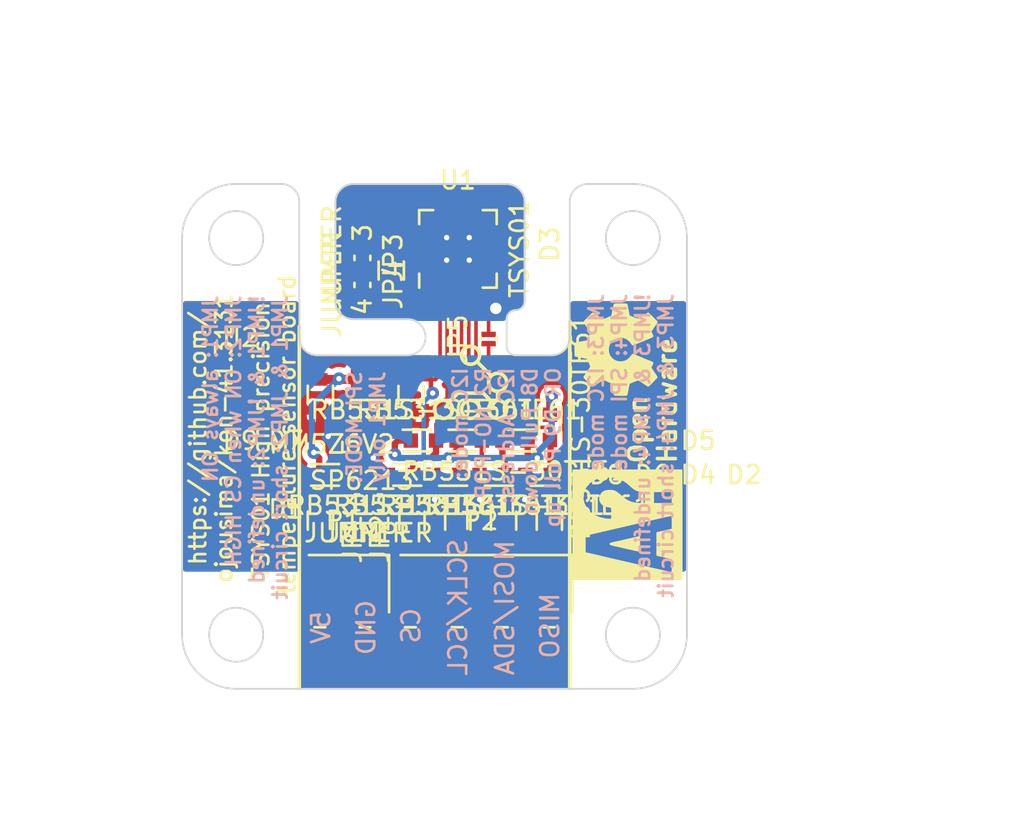
<source format=kicad_pcb>
(kicad_pcb (version 20221018) (generator pcbnew)
  (layers (0 "F.Cu" signal) (31 "B.Cu" signal) (34 "B.Paste" user) (35 "F.Paste" user) (36 "B.SilkS" user "B.Silkscreen") (37 "F.SilkS" user "F.Silkscreen") (38 "B.Mask" user) (39 "F.Mask" user) (44 "Edge.Cuts" user))
  (net 0 "")
  (net 1 "/Vin")
  (net 2 "GNDA")
  (net 3 "+3V3")
  (net 4 "Net-(D2-Pad2)")
  (net 5 "Net-(D4-Pad2)")
  (net 6 "Net-(D6-Pad2)")
  (net 7 "/EN")
  (net 8 "Net-(P1-Pad2)")
  (net 9 "/CS")
  (net 10 "/SCLK")
  (net 11 "/MOSI")
  (net 12 "/MISO")
  (net 13 "Net-(U1-Pad9)")
  (net 14 "Net-(U1-Pad10)")
  (net 15 "Net-(U1-Pad12)")
  (net 16 "Net-(U1-Pad13)")
  (net 17 "Net-(U1-Pad14)")
  (net 18 "/PAD")
  (footprint "Resistors_SMD:R_0201" (layer "F.Cu") (at 28.702 65.659)
    (fp_text reference "JP1" (at -0.254 2.032 90) (layer "F.SilkS"))
    (fp_text value "JUMPER" (at 0 1.7) (layer "F.SilkS"))
    (pad "1" smd rect (at -0.255 0) (size 0.3 0.8) (layers "F.Cu" "F.Mask") (net 1 "/Vin"))
    (pad "2" smd rect (at 0.255 0) (size 0.3 0.8) (layers "F.Cu" "F.Mask") (net 1 "/Vin"))
  )
  (footprint "Resistors_SMD:R_0201" (layer "F.Cu") (at 29.972 65.659)
    (fp_text reference "JP2" (at 0 2.032 90) (layer "F.SilkS"))
    (fp_text value "JUMPER" (at 0 1.7) (layer "F.SilkS"))
    (pad "1" smd rect (at -0.255 0) (size 0.3 0.8) (layers "F.Cu" "F.Mask") (net 1 "/Vin"))
    (pad "2" smd rect (at 0.255 0) (size 0.3 0.8) (layers "F.Cu" "F.Mask") (net 9 "/CS"))
  )
  (footprint "Resistors_SMD:R_0201" (layer "F.Cu") (at 29 52.1 -90)
    (fp_text reference "JP3" (at 0 -1.7 270) (layer "F.SilkS"))
    (fp_text value "JUMPER" (at 0 1.7 270) (layer "F.SilkS"))
    (pad "1" smd rect (at -0.255 0 270) (size 0.3 0.8) (layers "F.Cu" "F.Mask") (net 3 "+3V3"))
    (pad "2" smd rect (at 0.255 0 270) (size 0.3 0.8) (layers "F.Cu" "F.Mask") (net 2 "GNDA"))
  )
  (footprint "Resistors_SMD:R_0201" (layer "F.Cu") (at 29 53.6 -90)
    (fp_text reference "JP4" (at 0 -1.7 270) (layer "F.SilkS"))
    (fp_text value "JUMPER" (at 0 1.7 270) (layer "F.SilkS"))
    (pad "1" smd rect (at -0.255 0 270) (size 0.3 0.8) (layers "F.Cu" "F.Mask") (net 2 "GNDA"))
    (pad "2" smd rect (at 0.255 0 270) (size 0.3 0.8) (layers "F.Cu" "F.Mask") (net 2 "GNDA"))
  )
  (footprint "Housings_DFN_QFN:QFN-16-1EP_4x4mm_Pitch0.65mm" (layer "F.Cu") (at 34.3 51.6 90)
    (fp_text reference "U1" (at 3.81 0 180) (layer "F.SilkS"))
    (fp_text value "TSYS01" (at 0 3.4 90) (layer "F.SilkS"))
    (pad "1" smd rect (at -2 -0.975 90) (size 0.8 0.35) (layers "F.Cu" "F.Paste" "F.Mask") (net 2 "GNDA"))
    (pad "2" smd rect (at -2 -0.325 90) (size 0.8 0.35) (layers "F.Cu" "F.Paste" "F.Mask") (net 7 "/EN"))
    (pad "3" smd rect (at -2 0.325 90) (size 0.8 0.35) (layers "F.Cu" "F.Paste" "F.Mask") (net 6 "Net-(D6-Pad2)"))
    (pad "4" smd rect (at -2 0.975 90) (size 0.8 0.35) (layers "F.Cu" "F.Paste" "F.Mask") (net 5 "Net-(D4-Pad2)"))
    (pad "5" smd rect (at -0.975 2 180) (size 0.8 0.35) (layers "F.Cu" "F.Paste" "F.Mask") (net 4 "Net-(D2-Pad2)"))
    (pad "6" smd rect (at -0.325 2 180) (size 0.8 0.35) (layers "F.Cu" "F.Paste" "F.Mask"))
    (pad "7" smd rect (at 0.325 2 180) (size 0.8 0.35) (layers "F.Cu" "F.Paste" "F.Mask"))
    (pad "8" smd rect (at 0.975 2 180) (size 0.8 0.35) (layers "F.Cu" "F.Paste" "F.Mask"))
    (pad "9" smd rect (at 2 0.975 90) (size 0.8 0.35) (layers "F.Cu" "F.Paste" "F.Mask") (net 13 "Net-(U1-Pad9)"))
    (pad "10" smd rect (at 2 0.325 90) (size 0.8 0.35) (layers "F.Cu" "F.Paste" "F.Mask") (net 14 "Net-(U1-Pad10)"))
    (pad "11" smd rect (at 2 -0.325 90) (size 0.8 0.35) (layers "F.Cu" "F.Paste" "F.Mask") (net 14 "Net-(U1-Pad10)"))
    (pad "12" smd rect (at 2 -0.975 90) (size 0.8 0.35) (layers "F.Cu" "F.Paste" "F.Mask") (net 15 "Net-(U1-Pad12)"))
    (pad "13" smd rect (at 0.975 -2 180) (size 0.8 0.35) (layers "F.Cu" "F.Paste" "F.Mask") (net 16 "Net-(U1-Pad13)"))
    (pad "14" smd rect (at 0.325 -2 180) (size 0.8 0.35) (layers "F.Cu" "F.Paste" "F.Mask") (net 17 "Net-(U1-Pad14)"))
    (pad "15" smd rect (at -0.325 -2 180) (size 0.8 0.35) (layers "F.Cu" "F.Paste" "F.Mask") (net 3 "+3V3"))
    (pad "16" smd rect (at -0.975 -2 180) (size 0.8 0.35) (layers "F.Cu" "F.Paste" "F.Mask") (net 2 "GNDA"))
    (pad "17" smd rect (at -0.625 -0.625 90) (size 1.25 1.25) (layers "F.Cu" "F.Paste" "F.Mask") (net 18 "/PAD"))
    (pad "17" smd rect (at -0.625 0.625 90) (size 1.25 1.25) (layers "F.Cu" "F.Paste" "F.Mask") (net 18 "/PAD"))
    (pad "17" smd rect (at 0.625 -0.625 90) (size 1.25 1.25) (layers "F.Cu" "F.Paste" "F.Mask") (net 18 "/PAD"))
    (pad "17" smd rect (at 0.625 0.625 90) (size 1.25 1.25) (layers "F.Cu" "F.Paste" "F.Mask") (net 18 "/PAD"))
  )
  (footprint "smd_passives:SMD0603_WAVE" (layer "F.Cu") (at 31.7 59.7 -90)
    (fp_text reference "C2")
    (fp_text value "2u2" hide)
    (pad "1" smd rect (at -0.85 0 270) (size 0.7 0.8) (layers "F.Cu" "F.Paste" "F.Mask") (net 3 "+3V3"))
    (pad "2" smd rect (at 0.85 0 270) (size 0.7 0.9) (layers "F.Cu" "F.Paste" "F.Mask") (net 2 "GNDA"))
  )
  (footprint "smd_passives:SMD0603_WAVE" (layer "F.Cu") (at 30.6 52.8 -90)
    (fp_text reference "C3")
    (fp_text value "100n" hide)
    (pad "1" smd rect (at -0.85 0 270) (size 0.7 0.8) (layers "F.Cu" "F.Paste" "F.Mask") (net 3 "+3V3"))
    (pad "2" smd rect (at 0.85 0 270) (size 0.7 0.9) (layers "F.Cu" "F.Paste" "F.Mask") (net 2 "GNDA"))
  )
  (footprint "smd_passives:SMD0603_WAVE" (layer "F.Cu") (at 26.67 66.675 -90)
    (fp_text reference "R1")
    (fp_text value "220" hide)
    (pad "1" smd rect (at -0.85 0 270) (size 0.7 0.8) (layers "F.Cu" "F.Paste" "F.Mask") (net 1 "/Vin"))
    (pad "2" smd rect (at 0.85 0 270) (size 0.7 0.9) (layers "F.Cu" "F.Paste" "F.Mask") (net 8 "Net-(P1-Pad2)"))
  )
  (footprint "smd_passives:SMD0603_WAVE" (layer "F.Cu") (at 31.75 66.675 90)
    (fp_text reference "R2")
    (fp_text value "220" hide)
    (pad "1" smd rect (at -0.85 0 90) (size 0.7 0.8) (layers "F.Cu" "F.Paste" "F.Mask") (net 9 "/CS"))
    (pad "2" smd rect (at 0.85 0 90) (size 0.7 0.9) (layers "F.Cu" "F.Paste" "F.Mask") (net 7 "/EN"))
  )
  (footprint "smd_passives:SMD0603_WAVE" (layer "F.Cu") (at 34.29 66.675 90)
    (fp_text reference "R3")
    (fp_text value "220" hide)
    (pad "1" smd rect (at -0.85 0 90) (size 0.7 0.8) (layers "F.Cu" "F.Paste" "F.Mask") (net 10 "/SCLK"))
    (pad "2" smd rect (at 0.85 0 90) (size 0.7 0.9) (layers "F.Cu" "F.Paste" "F.Mask") (net 6 "Net-(D6-Pad2)"))
  )
  (footprint "smd_passives:SMD0603_WAVE" (layer "F.Cu") (at 36.83 66.675 90)
    (fp_text reference "R4")
    (fp_text value "220" hide)
    (pad "1" smd rect (at -0.85 0 90) (size 0.7 0.8) (layers "F.Cu" "F.Paste" "F.Mask") (net 11 "/MOSI"))
    (pad "2" smd rect (at 0.85 0 90) (size 0.7 0.9) (layers "F.Cu" "F.Paste" "F.Mask") (net 5 "Net-(D4-Pad2)"))
  )
  (footprint "smd_passives:SMD0603_WAVE" (layer "F.Cu") (at 39.37 66.675 90)
    (fp_text reference "R5")
    (fp_text value "220" hide)
    (pad "1" smd rect (at -0.85 0 90) (size 0.7 0.8) (layers "F.Cu" "F.Paste" "F.Mask") (net 12 "/MISO"))
    (pad "2" smd rect (at 0.85 0 90) (size 0.7 0.9) (layers "F.Cu" "F.Paste" "F.Mask") (net 4 "Net-(D2-Pad2)"))
  )
  (footprint "smd_passives:SMD0603_WAVE" (layer "F.Cu") (at 26.67 59.69 -90)
    (fp_text reference "C1")
    (fp_text value "2u2" hide)
    (pad "1" smd rect (at -0.85 0 270) (size 0.7 0.8) (layers "F.Cu" "F.Paste" "F.Mask") (net 1 "/Vin"))
    (pad "2" smd rect (at 0.85 0 270) (size 0.7 0.9) (layers "F.Cu" "F.Paste" "F.Mask") (net 2 "GNDA"))
  )
  (footprint "Housings_SOT-23_SOT-143_TSOT-6:SC70-6_Handsoldering" (layer "F.Cu") (at 29.21 60.325)
    (fp_text reference "U2" (at -6.985 -3.81) (layer "F.SilkS"))
    (fp_text value "SP6213" (at -0.23876 4.11988) (layer "F.SilkS"))
    (pad "1" smd rect (at -0.65024 1.33096) (size 0.39878 1.50114) (layers "F.Cu" "F.Paste" "F.Mask") (net 1 "/Vin"))
    (pad "2" smd rect (at 0 1.33096) (size 0.39878 1.50114) (layers "F.Cu" "F.Paste" "F.Mask") (net 2 "GNDA"))
    (pad "3" smd rect (at 0.65024 1.33096) (size 0.39878 1.50114) (layers "F.Cu" "F.Paste" "F.Mask") (net 2 "GNDA"))
    (pad "4" smd rect (at 0.65024 -1.33096) (size 0.39878 1.50114) (layers "F.Cu" "F.Paste" "F.Mask") (net 3 "+3V3"))
    (pad "5" smd rect (at -0.65024 -1.33096) (size 0.39878 1.50114) (layers "F.Cu" "F.Paste" "F.Mask") (net 1 "/Vin"))
  )
  (footprint "pin_header_fork:Pin_Header_Angled_SMD_1x02" (layer "F.Cu") (at 27.94 70.485 180)
    (fp_text reference "P1" (at 0 3.81 180) (layer "F.SilkS"))
    (fp_text value "CONN_01X02" hide)
    (pad "1" smd rect (at -1.27 0 180) (size 1.3 2.8) (layers "F.Cu" "F.Paste" "F.Mask") (net 2 "GNDA"))
    (pad "2" smd rect (at 1.27 0 180) (size 1.3 2.8) (layers "F.Cu" "F.Paste" "F.Mask") (net 8 "Net-(P1-Pad2)"))
  )
  (footprint "pin_header_fork:Pin_Header_Angled_SMD_1x04" (layer "F.Cu") (at 35.56 70.485 180)
    (fp_text reference "P2" (at 0 3.81 180) (layer "F.SilkS"))
    (fp_text value "CONN_01X04" hide)
    (pad "1" smd rect (at -3.81 0 180) (size 1.3 2.8) (layers "F.Cu" "F.Paste" "F.Mask") (net 12 "/MISO"))
    (pad "2" smd rect (at -1.27 0 180) (size 1.3 2.8) (layers "F.Cu" "F.Paste" "F.Mask") (net 11 "/MOSI"))
    (pad "3" smd rect (at 1.27 0 180) (size 1.3 2.8) (layers "F.Cu" "F.Paste" "F.Mask") (net 10 "/SCLK"))
    (pad "4" smd rect (at 3.81 0 180) (size 1.3 2.8) (layers "F.Cu" "F.Paste" "F.Mask") (net 9 "/CS"))
  )
  (footprint "LOGO" (layer "F.Cu") (at 43.7 66.9 90)
    (fp_text reference "G***" hide)
    (fp_text value "LOGO" hide)
  )
  (footprint "LOGO" (layer "F.Cu") (at 43.1 57.2 90)
    (fp_text reference "G***" hide)
    (fp_text value "LOGO" hide)
  )
  (footprint "SMD_Packages:SOD-523" (layer "F.Cu") (at 31.115 64.135)
    (fp_text reference "D8" (at 11.43 0) (layer "F.SilkS"))
    (fp_text value "RB531S-30TE61" (at 0 1.7) (layer "F.SilkS"))
    (pad "1" smd rect (at -0.7 0) (size 0.8 0.8) (layers "F.Cu" "F.Paste" "F.Mask") (net 2 "GNDA"))
    (pad "2" smd rect (at 0.7 0) (size 0.8 0.8) (layers "F.Cu" "F.Paste" "F.Mask") (net 7 "/EN"))
  )
  (footprint "SMD_Packages:SOD-523" (layer "F.Cu") (at 34.925 62.23 180)
    (fp_text reference "D7" (at 10.16 0 180) (layer "F.SilkS"))
    (fp_text value "RB531S-30TE61" (at 0 1.7 180) (layer "F.SilkS"))
    (pad "1" smd rect (at -0.7 0 180) (size 0.8 0.8) (layers "F.Cu" "F.Paste" "F.Mask") (net 6 "Net-(D6-Pad2)"))
    (pad "2" smd rect (at 0.7 0 180) (size 0.8 0.8) (layers "F.Cu" "F.Paste" "F.Mask") (net 3 "+3V3"))
  )
  (footprint "SMD_Packages:SOD-523" (layer "F.Cu") (at 33.655 64.135)
    (fp_text reference "D6" (at 11.43 0) (layer "F.SilkS"))
    (fp_text value "RB531S-30TE61" (at 0 1.7) (layer "F.SilkS"))
    (pad "1" smd rect (at -0.7 0) (size 0.8 0.8) (layers "F.Cu" "F.Paste" "F.Mask") (net 2 "GNDA"))
    (pad "2" smd rect (at 0.7 0) (size 0.8 0.8) (layers "F.Cu" "F.Paste" "F.Mask") (net 6 "Net-(D6-Pad2)"))
  )
  (footprint "SMD_Packages:SOD-523" (layer "F.Cu") (at 37.465 62.23)
    (fp_text reference "D5" (at 10.16 0) (layer "F.SilkS"))
    (fp_text value "RB531S-30TE61" (at 0 1.7) (layer "F.SilkS"))
    (pad "1" smd rect (at -0.7 0) (size 0.8 0.8) (layers "F.Cu" "F.Paste" "F.Mask") (net 5 "Net-(D4-Pad2)"))
    (pad "2" smd rect (at 0.7 0) (size 0.8 0.8) (layers "F.Cu" "F.Paste" "F.Mask") (net 3 "+3V3"))
  )
  (footprint "SMD_Packages:SOD-523" (layer "F.Cu") (at 36.195 64.135)
    (fp_text reference "D4" (at 11.43 0) (layer "F.SilkS"))
    (fp_text value "RB531S-30TE61" (at 0 1.7) (layer "F.SilkS"))
    (pad "1" smd rect (at -0.7 0) (size 0.8 0.8) (layers "F.Cu" "F.Paste" "F.Mask") (net 2 "GNDA"))
    (pad "2" smd rect (at 0.7 0) (size 0.8 0.8) (layers "F.Cu" "F.Paste" "F.Mask") (net 5 "Net-(D4-Pad2)"))
  )
  (footprint "SMD_Packages:SOD-523" (layer "F.Cu") (at 39.4 61.5 90)
    (fp_text reference "D3" (at 10.16 0 90) (layer "F.SilkS"))
    (fp_text value "RB531S-30TE61" (at 0 1.7 90) (layer "F.SilkS"))
    (pad "1" smd rect (at -0.7 0 90) (size 0.8 0.8) (layers "F.Cu" "F.Paste" "F.Mask") (net 4 "Net-(D2-Pad2)"))
    (pad "2" smd rect (at 0.7 0 90) (size 0.8 0.8) (layers "F.Cu" "F.Paste" "F.Mask") (net 3 "+3V3"))
  )
  (footprint "SMD_Packages:SOD-523" (layer "F.Cu") (at 38.735 64.135)
    (fp_text reference "D2" (at 11.43 0) (layer "F.SilkS"))
    (fp_text value "RB531S-30TE61" (at 0 1.7) (layer "F.SilkS"))
    (pad "1" smd rect (at -0.7 0) (size 0.8 0.8) (layers "F.Cu" "F.Paste" "F.Mask") (net 2 "GNDA"))
    (pad "2" smd rect (at 0.7 0) (size 0.8 0.8) (layers "F.Cu" "F.Paste" "F.Mask") (net 4 "Net-(D2-Pad2)"))
  )
  (footprint "SMD_Packages:SOD-523" (layer "F.Cu") (at 27.305 64.135 180)
    (fp_text reference "D1" (at 2.54 -1.905 180) (layer "F.SilkS"))
    (fp_text value "MM5Z6V2" (at 0 1.7 180) (layer "F.SilkS"))
    (pad "1" smd rect (at -0.7 0 180) (size 0.8 0.8) (layers "F.Cu" "F.Paste" "F.Mask") (net 2 "GNDA"))
    (pad "2" smd rect (at 0.7 0 180) (size 0.8 0.8) (layers "F.Cu" "F.Paste" "F.Mask") (net 1 "/Vin"))
  )
  (footprint "SMD_Packages:SOD-523" (layer "F.Cu") (at 32.385 62.23 180)
    (fp_text reference "D9" (at 10.16 0 180) (layer "F.SilkS"))
    (fp_text value "RB531S-30TE61" (at 0 1.7 180) (layer "F.SilkS"))
    (pad "1" smd rect (at -0.7 0 180) (size 0.8 0.8) (layers "F.Cu" "F.Paste" "F.Mask") (net 7 "/EN"))
    (pad "2" smd rect (at 0.7 0 180) (size 0.8 0.8) (layers "F.Cu" "F.Paste" "F.Mask") (net 3 "+3V3"))
  )
  (footprint "Resistors_SMD:R_0201" (layer "F.Cu") (at 36 56.6 90)
    (fp_text reference "JP5" (at 0 -1.7 90) (layer "F.SilkS"))
    (fp_text value "JUMPER")
    (pad "1" smd rect (at -0.255 0 90) (size 0.3 0.8) (layers "F.Cu" "F.Mask") (net 2 "GNDA"))
    (pad "2" smd rect (at 0.255 0 90) (size 0.3 0.8) (layers "F.Cu" "F.Mask") (net 18 "/PAD"))
  )
  (gr_circle (center 35 60.5) (end 34.5 60.5) (stroke (width 0.2)) (fill none) (layer "F.SilkS"))
  (gr_line (start 25.5 55.9) (end 25.5 76) (stroke (width 0.2)) (layer "F.SilkS"))
  (gr_line (start 36.5 59.5) (end 36.5 60) (stroke (width 0.2)) (layer "F.SilkS"))
  (gr_circle (center 33.5 60.5) (end 34 60.5) (stroke (width 0.2)) (fill none) (layer "F.SilkS"))
  (gr_line (start 33.8 60.1) (end 34.2 59.7) (stroke (width 0.2)) (layer "F.SilkS"))
  (gr_line (start 35.5 60.5) (end 36 60.5) (stroke (width 0.2)) (layer "F.SilkS"))
  (gr_circle (center 36.5 59) (end 36 59) (stroke (width 0.2)) (fill none) (layer "F.SilkS"))
  (gr_line (start 35.4 57.9) (end 36.1 58.6) (stroke (width 0.2)) (layer "F.SilkS"))
  (gr_line (start 40.5 55.6) (end 40.5 76) (stroke (width 0.2)) (layer "F.SilkS"))
  (gr_line (start 34.2 59.7) (end 34.3 59.6) (stroke (width 0.2)) (layer "F.SilkS"))
  (gr_line (start 35.7 59.6) (end 36.2 60.1) (stroke (width 0.2)) (layer "F.SilkS"))
  (gr_line (start 35.6 59.6) (end 35.7 59.6) (stroke (width 0.2)) (layer "F.SilkS"))
  (gr_line (start 34.3 59.6) (end 35.6 59.6) (stroke (width 0.2)) (layer "F.SilkS"))
  (gr_circle (center 36.5 60.5) (end 36 60.5) (stroke (width 0.2)) (fill none) (layer "F.SilkS"))
  (gr_circle (center 35 57.5) (end 34.5 57.5) (stroke (width 0.2)) (fill none) (layer "F.SilkS"))
  (gr_line (start 40.5 56.5) (end 40.5 49) (stroke (width 0.1)) (layer "Edge.Cuts"))
  (gr_line (start 27.5 54.5) (end 27.5 49) (stroke (width 0.1)) (layer "Edge.Cuts"))
  (gr_circle (center 44 73) (end 42.5 73) (stroke (width 0.1)) (fill none) (layer "Edge.Cuts"))
  (gr_arc (start 24.5 48) (mid 25.207107 48.292893) (end 25.5 49) (stroke (width 0.1)) (layer "Edge.Cuts"))
  (gr_arc (start 31.5 55.5) (mid 32.207107 55.792893) (end 32.5 56.5) (stroke (width 0.1)) (layer "Edge.Cuts"))
  (gr_arc (start 27.5 49) (mid 27.792893 48.292893) (end 28.5 48) (stroke (width 0.1)) (layer "Edge.Cuts"))
  (gr_arc (start 32.5 56.5) (mid 32.207107 57.207107) (end 31.5 57.5) (stroke (width 0.1)) (layer "Edge.Cuts"))
  (gr_arc (start 44 48) (mid 46.12132 48.87868) (end 47 51) (stroke (width 0.1)) (layer "Edge.Cuts"))
  (gr_arc (start 37 48) (mid 37.707107 48.292893) (end 38 49) (stroke (width 0.1)) (layer "Edge.Cuts"))
  (gr_line (start 22 76) (end 44 76) (stroke (width 0.1)) (layer "Edge.Cuts"))
  (gr_circle (center 44 51) (end 42.5 51) (stroke (width 0.1)) (fill none) (layer "Edge.Cuts"))
  (gr_arc (start 40.5 56.5) (mid 40.207107 57.207107) (end 39.5 57.5) (stroke (width 0.1)) (layer "Edge.Cuts"))
  (gr_line (start 37 57) (end 37 55.5) (stroke (width 0.1)) (layer "Edge.Cuts"))
  (gr_arc (start 37.5 57.5) (mid 37.146447 57.353553) (end 37 57) (stroke (width 0.1)) (layer "Edge.Cuts"))
  (gr_circle (center 22 73) (end 23.5 73) (stroke (width 0.1)) (fill none) (layer "Edge.Cuts"))
  (gr_arc (start 19 51) (mid 19.87868 48.87868) (end 22 48) (stroke (width 0.1)) (layer "Edge.Cuts"))
  (gr_line (start 24.5 48) (end 22 48) (stroke (width 0.1)) (layer "Edge.Cuts"))
  (gr_arc (start 22 76) (mid 19.87868 75.12132) (end 19 73) (stroke (width 0.1)) (layer "Edge.Cuts"))
  (gr_line (start 47 73) (end 47 51) (stroke (width 0.1)) (layer "Edge.Cuts"))
  (gr_line (start 28.5 48) (end 37 48) (stroke (width 0.1)) (layer "Edge.Cuts"))
  (gr_circle (center 22 51) (end 23.5 51) (stroke (width 0.1)) (fill none) (layer "Edge.Cuts"))
  (gr_arc (start 28.5 55.5) (mid 27.792893 55.207107) (end 27.5 54.5) (stroke (width 0.1)) (layer "Edge.Cuts"))
  (gr_line (start 39.5 57.5) (end 37.5 57.5) (stroke (width 0.1)) (layer "Edge.Cuts"))
  (gr_arc (start 47 73) (mid 46.12132 75.12132) (end 44 76) (stroke (width 0.1)) (layer "Edge.Cuts"))
  (gr_arc (start 40.5 49) (mid 40.792893 48.292893) (end 41.5 48) (stroke (width 0.1)) (layer "Edge.Cuts"))
  (gr_line (start 31.5 57.5) (end 26.5 57.5) (stroke (width 0.1)) (layer "Edge.Cuts"))
  (gr_line (start 41.5 48) (end 44 48) (stroke (width 0.1)) (layer "Edge.Cuts"))
  (gr_arc (start 38 54.5) (mid 37.853553 54.853553) (end 37.5 55) (stroke (width 0.1)) (layer "Edge.Cuts"))
  (gr_line (start 31.5 55.5) (end 28.5 55.5) (stroke (width 0.1)) (layer "Edge.Cuts"))
  (gr_arc (start 26.5 57.5) (mid 25.792893 57.207107) (end 25.5 56.5) (stroke (width 0.1)) (layer "Edge.Cuts"))
  (gr_line (start 25.5 56.5) (end 25.5 49) (stroke (width 0.1)) (layer "Edge.Cuts"))
  (gr_line (start 19 51) (end 19 73) (stroke (width 0.1)) (layer "Edge.Cuts"))
  (gr_arc (start 37 55.5) (mid 37.146447 55.146447) (end 37.5 55) (stroke (width 0.1)) (layer "Edge.Cuts"))
  (gr_line (start 38 49) (end 38 54.5) (stroke (width 0.1)) (layer "Edge.Cuts"))
  (gr_text "JMP1: always ON\nJMP2: ON when CS HIGH\n!JMP1 & !JMP2: undefined\nJMP1 & JMP2: short circuit" (at 22.5 54.1 90) (layer "B.SilkS") (effects (font (size 0.8 0.8)) (justify left mirror)))
  (gr_text "SPI MODE:\nJMP1 only" (at 29.2 58.3 90) (layer "B.SilkS") (effects (font (size 0.8 0.8)) (justify left mirror)))
  (gr_text "5V\n" (at 26.7 72.6 90) (layer "B.SilkS") (effects (font (size 1 1)) (justify mirror)))
  (gr_text "I2C mode:\nR2 NO-POP,\nI2C Address:\nD8 Pull down\nOR D9 Pull up\n" (at 37 58.1 90) (layer "B.SilkS") (effects (font (size 0.8 0.8)) (justify left mirror)))
  (gr_text "GND" (at 29.2 72.6 90) (layer "B.SilkS") (effects (font (size 1 1)) (justify mirror)))
  (gr_text "MOSI/SDA" (at 36.9 71.5 90) (layer "B.SilkS") (effects (font (size 1 1)) (justify mirror)))
  (gr_text "MISO" (at 39.4 72.5 90) (layer "B.SilkS") (effects (font (size 1 1)) (justify mirror)))
  (gr_text "JMP3: I2C mode\nJMP4: SPI mode\n!JMP3 & !JMP4: undefined\nJMP3 & JMP4: short circuit" (at 43.9 54 90) (layer "B.SilkS") (effects (font (size 0.8 0.8)) (justify left mirror)))
  (gr_text "CS" (at 31.7 72.5 90) (layer "B.SilkS") (effects (font (size 1 1)) (justify mirror)))
  (gr_text " SCLK/SCL" (at 34.3 71.1 90) (layer "B.SilkS") (effects (font (size 1 1)) (justify mirror)))
  (gr_text "2" (at 29.845 67.31) (layer "F.SilkS") (effects (font (size 1 1))))
  (gr_text "1" (at 28.575 67.31) (layer "F.SilkS") (effects (font (size 1 1))))
  (gr_text "3" (at 29 50.7 90) (layer "F.SilkS") (effects (font (size 1 1))))
  (gr_text "https://github.com/\nojousima/kon-41.3131" (at 20.6 62.1 90) (layer "F.SilkS") (effects (font (size 0.9 0.9))))
  (gr_text "TSYS01 High precision \ntemperature sensor board" (at 24.1 61.9 90) (layer "F.SilkS") (effects (font (size 0.9 0.9))))
  (gr_text "4" (at 29 54.8 90) (layer "F.SilkS") (effects (font (size 1 1))))
  (gr_text "Open\nHardware" (at 45.1 63.6 90) (layer "F.SilkS") (effects (font (size 1 1) (thickness 0.2)) (justify left)))
  (segment (start 26.67 64.2) (end 26.605 64.135) (width 0.5) (layer "F.Cu") (net 1))
  (segment (start 28.40572 58.84) (end 28.55976 58.99404) (width 0.5) (layer "F.Cu") (net 1))
  (segment (start 28.55976 63.25976) (end 29.3 64) (width 0.25) (layer "F.Cu") (net 1))
  (segment (start 29.3 64) (end 29.3 65.6) (width 0.25) (layer "F.Cu") (net 1))
  (segment (start 29.3 65.6) (end 29.241 65.659) (width 0.25) (layer "F.Cu") (net 1))
  (segment (start 29.241 65.659) (end 28.957 65.659) (width 0.25) (layer "F.Cu") (net 1))
  (segment (start 27.741 65.659) (end 27.575 65.825) (width 0.25) (layer "F.Cu") (net 1))
  (segment (start 27.575 65.825) (end 26.67 65.825) (width 0.25) (layer "F.Cu") (net 1))
  (segment (start 26.605 63.205) (end 26.3 62.9) (width 0.35) (layer "F.Cu") (net 1))
  (segment (start 27.7 58.8) (end 27.7 58.84) (width 0.35) (layer "F.Cu") (net 1))
  (segment (start 27.7 58.84) (end 27.7 58.8) (width 0.35) (layer "F.Cu") (net 1))
  (segment (start 27.7 58.8) (end 27.7 58.84) (width 0.35) (layer "F.Cu") (net 1))
  (segment (start 27.7 58.84) (end 28.40572 58.84) (width 0.5) (layer "F.Cu") (net 1))
  (segment (start 28.447 65.659) (end 27.741 65.659) (width 0.25) (layer "F.Cu") (net 1))
  (segment (start 28.55976 61.65596) (end 28.55976 63.25976) (width 0.25) (layer "F.Cu") (net 1))
  (segment (start 29.717 65.659) (end 29.241 65.659) (width 0.25) (layer "F.Cu") (net 1))
  (segment (start 26.67 58.84) (end 27.7 58.84) (width 0.5) (layer "F.Cu") (net 1))
  (segment (start 26.67 65.825) (end 26.67 64.2) (width 0.5) (layer "F.Cu") (net 1))
  (segment (start 28.957 65.659) (end 28.447 65.659) (width 0.2) (layer "F.Cu") (net 1))
  (segment (start 26.605 64.135) (end 26.605 63.205) (width 0.35) (layer "F.Cu") (net 1))
  (via (at 27.7 58.8) (size 0.7) (drill 0.3) (layers "F.Cu" "B.Cu") (net 1))
  (via (at 26.3 62.9) (size 0.7) (drill 0.3) (layers "F.Cu" "B.Cu") (net 1))
  (segment (start 26.3 62.9) (end 26.2 62.8) (width 0.35) (layer "B.Cu") (net 1))
  (segment (start 26.2 62.8) (end 26.2 60.3) (width 0.35) (layer "B.Cu") (net 1))
  (segment (start 26.2 60.3) (end 27.7 58.8) (width 0.35) (layer "B.Cu") (net 1))
  (segment (start 26.67 61.57) (end 27.1 62) (width 0.35) (layer "F.Cu") (net 2))
  (segment (start 29.21 62.81) (end 29.6 63.2) (width 0.35) (layer "F.Cu") (net 2))
  (segment (start 30.415 64.015) (end 29.6 63.2) (width 0.35) (layer "F.Cu") (net 2))
  (segment (start 28.005 63.405) (end 27.1 62.5) (width 0.35) (layer "F.Cu") (net 2))
  (segment (start 27.1 62.5) (end 27.1 62) (width 0.35) (layer "F.Cu") (net 2))
  (segment (start 38.035 65.465) (end 38 65.5) (width 0.35) (layer "F.Cu") (net 2))
  (segment (start 32.955 65.455) (end 33 65.5) (width 0.35) (layer "F.Cu") (net 2))
  (segment (start 35.495 65.495) (end 35.5 65.5) (width 0.35) (layer "F.Cu") (net 2))
  (segment (start 30.65 53.6) (end 30.6 53.65) (width 0.25) (layer "F.Cu") (net 2))
  (segment (start 30.65 53.6) (end 30.6 53.65) (width 0.35) (layer "F.Cu") (net 2))
  (segment (start 29 52.9) (end 29 52.8) (width 0.2) (layer "F.Cu") (net 2))
  (segment (start 31.425 52.575) (end 31.2 52.8) (width 0.2) (layer "F.Cu") (net 2))
  (segment (start 31.2 52.8) (end 29 52.8) (width 0.2) (layer "F.Cu") (net 2))
  (segment (start 29 52.8) (end 29 52.355) (width 0.2) (layer "F.Cu") (net 2))
  (segment (start 29.85 53.65) (end 29.645 53.855) (width 0.2) (layer "F.Cu") (net 2))
  (segment (start 29.645 53.855) (end 29 53.855) (width 0.2) (layer "F.Cu") (net 2))
  (segment (start 31.9 53.6) (end 31.85 53.65) (width 0.35) (layer "F.Cu") (net 2))
  (segment (start 31.85 53.65) (end 30.6 53.65) (width 0.35) (layer "F.Cu") (net 2))
  (segment (start 30.6 54.3) (end 30.8 54.5) (width 0.2) (layer "F.Cu") (net 2))
  (segment (start 30.8 54.5) (end 33.319996 54.5) (width 0.2) (layer "F.Cu") (net 2))
  (segment (start 33.319996 54.5) (end 33.7 54.880004) (width 0.2) (layer "F.Cu") (net 2))
  (segment (start 33.7 54.880004) (end 33.7 59.9) (width 0.2) (layer "F.Cu") (net 2))
  (segment (start 33.7 59.9) (end 33.05 60.55) (width 0.2) (layer "F.Cu") (net 2))
  (segment (start 33.05 60.55) (end 31.7 60.55) (width 0.2) (layer "F.Cu") (net 2))
  (segment (start 36 57.7) (end 36.5 58.2) (width 0.2) (layer "F.Cu") (net 2))
  (segment (start 30.6 53.65) (end 29.85 53.65) (width 0.2) (layer "F.Cu") (net 2))
  (segment (start 30.6 53.65) (end 30.6 54.3) (width 0.2) (layer "F.Cu") (net 2))
  (segment (start 29 53.345) (end 29 53.855) (width 0.2) (layer "F.Cu") (net 2))
  (segment (start 28.005 64.135) (end 28.005 63.405) (width 0.35) (layer "F.Cu") (net 2))
  (segment (start 32.955 64.135) (end 32.955 65.455) (width 0.35) (layer "F.Cu") (net 2))
  (segment (start 35.495 64.135) (end 35.495 65.495) (width 0.35) (layer "F.Cu") (net 2))
  (segment (start 30.415 64.135) (end 30.415 64.015) (width 0.35) (layer "F.Cu") (net 2))
  (segment (start 36 56.855) (end 36 57.7) (width 0.2) (layer "F.Cu") (net 2))
  (segment (start 38.035 64.135) (end 38.035 65.465) (width 0.35) (layer "F.Cu") (net 2))
  (segment (start 32.3 52.575) (end 31.425 52.575) (width 0.2) (layer "F.Cu") (net 2))
  (segment (start 26.67 61.57) (end 26.67 60.54) (width 0.35) (layer "F.Cu") (net 2))
  (segment (start 29.21 61.65596) (end 29.21 62.81) (width 0.35) (layer "F.Cu") (net 2))
  (segment (start 29 53.345) (end 29 52.9) (width 0.2) (layer "F.Cu") (net 2))
  (segment (start 33.325 53.6) (end 31.9 53.6) (width 0.35) (layer "F.Cu") (net 2))
  (via (at 35.5 65.5) (size 0.7) (drill 0.3) (layers "F.Cu" "B.Cu") (net 2))
  (via (at 38 65.5) (size 0.7) (drill 0.3) (layers "F.Cu" "B.Cu") (net 2))
  (via (at 27.1 62) (size 0.7) (drill 0.3) (layers "F.Cu" "B.Cu") (net 2))
  (via (at 29.6 63.2) (size 0.7) (drill 0.3) (layers "F.Cu" "B.Cu") (net 2))
  (via (at 33 65.5) (size 0.7) (drill 0.3) (layers "F.Cu" "B.Cu") (net 2))
  (segment (start 38.165 62.965) (end 38.4 63.2) (width 0.35) (layer "F.Cu") (net 3))
  (segment (start 34.225 62.775) (end 33.8 63.2) (width 0.35) (layer "F.Cu") (net 3))
  (segment (start 30.97 62.23) (end 30.85 62.35) (width 0.35) (layer "F.Cu") (net 3))
  (segment (start 30.8 62.4) (end 30.8 63) (width 0.35) (layer "F.Cu") (net 3))
  (segment (start 30.85 62.35) (end 30.8 62.4) (width 0.35) (layer "F.Cu") (net 3))
  (segment (start 30.625 51.925) (end 30.6 51.95) (width 0.35) (layer "F.Cu") (net 3))
  (segment (start 30.625 51.925) (end 30.6 51.95) (width 0.35) (layer "F.Cu") (net 3))
  (segment (start 30.6 51.1) (end 30.5 51) (width 0.35) (layer "F.Cu") (net 3))
  (segment (start 30.5 51) (end 29 51) (width 0.35) (layer "F.Cu") (net 3))
  (segment (start 28.5 51) (end 28.2 51.3) (width 0.35) (layer "F.Cu") (net 3))
  (segment (start 28.2 51.3) (end 28.2 54.4) (width 0.35) (layer "F.Cu") (net 3))
  (segment (start 28.2 54.4) (end 28.5 54.7) (width 0.35) (layer "F.Cu") (net 3))
  (segment (start 30 54.7) (end 30.2 54.9) (width 0.2) (layer "F.Cu") (net 3))
  (segment (start 30.2 54.9) (end 33.109998 54.9) (width 0.2) (layer "F.Cu") (net 3))
  (segment (start 33.109998 54.9) (end 33.309998 55.1) (width 0.2) (layer "F.Cu") (net 3))
  (segment (start 33.309998 55.1) (end 33.309998 58.590002) (width 0.2) (layer "F.Cu") (net 3))
  (segment (start 33.309998 58.590002) (end 33.05 58.85) (width 0.2) (layer "F.Cu") (net 3))
  (segment (start 33.05 58.85) (end 32.8 58.85) (width 0.2) (layer "F.Cu") (net 3))
  (segment (start 29 51) (end 29 51.1) (width 0.2) (layer "F.Cu") (net 3))
  (segment (start 29 51.1) (end 29 51) (width 0.2) (layer "F.Cu") (net 3))
  (segment (start 29 51) (end 28.5 51) (width 0.35) (layer "F.Cu") (net 3))
  (segment (start 30.00428 58.85) (end 29.86024 58.99404) (width 0.35) (layer "F.Cu") (net 3))
  (segment (start 39.5 59.8) (end 39.37 59.93) (width 0.35) (layer "F.Cu") (net 3))
  (segment (start 39.37 59.93) (end 39.37 60.895) (width 0.35) (layer "F.Cu") (net 3))
  (segment (start 32.9 59.6) (end 32.8 59.5) (width 0.25) (layer "F.Cu") (net 3))
  (segment (start 32.8 59.5) (end 32.8 58.85) (width 0.25) (layer "F.Cu") (net 3))
  (segment (start 32.8 58.85) (end 31.7 58.85) (width 0.2) (layer "F.Cu") (net 3))
  (segment (start 34.225 62.775) (end 34.225 62.23) (width 0.35) (layer "F.Cu") (net 3))
  (segment (start 28.5 54.7) (end 30 54.7) (width 0.2) (layer "F.Cu") (net 3))
  (segment (start 30.6 51.95) (end 30.6 51.1) (width 0.35) (layer "F.Cu") (net 3))
  (segment (start 31.7 58.85) (end 30.00428 58.85) (width 0.35) (layer "F.Cu") (net 3))
  (segment (start 29 51.845) (end 29 51) (width 0.2) (layer "F.Cu") (net 3))
  (segment (start 32.3 51.925) (end 30.625 51.925) (width 0.35) (layer "F.Cu") (net 3))
  (segment (start 38.165 62.965) (end 38.165 62.23) (width 0.35) (layer "F.Cu") (net 3))
  (segment (start 30.97 62.23) (end 31.685 62.23) (width 0.35) (layer "F.Cu") (net 3))
  (via (at 32.9 59.6) (size 0.7) (drill 0.3) (layers "F.Cu" "B.Cu") (net 3))
  (via (at 30.8 63) (size 0.7) (drill 0.3) (layers "F.Cu" "B.Cu") (net 3))
  (via (at 39.5 59.8) (size 0.7) (drill 0.3) (layers "F.Cu" "B.Cu") (net 3))
  (via (at 38.7 63.2) (size 0.7) (drill 0.3) (layers "F.Cu" "B.Cu") (net 3))
  (via (at 33.8 63.2) (size 0.7) (drill 0.3) (layers "F.Cu" "B.Cu") (net 3))
  (segment (start 38.4 63.2) (end 39.5 62.1) (width 0.35) (layer "B.Cu") (net 3))
  (segment (start 31 63.2) (end 30.8 63) (width 0.35) (layer "B.Cu") (net 3))
  (segment (start 32.4 63.2) (end 31 63.2) (width 0.35) (layer "B.Cu") (net 3))
  (segment (start 32.4 60.1) (end 32.9 59.6) (width 0.25) (layer "B.Cu") (net 3))
  (segment (start 38.4 63.2) (end 38.7 63.2) (width 0.2) (layer "B.Cu") (net 3))
  (segment (start 39.5 62.1) (end 39.5 59.8) (width 0.35) (layer "B.Cu") (net 3))
  (segment (start 32.4 63.2) (end 32.4 60.1) (width 0.25) (layer "B.Cu") (net 3))
  (segment (start 33.8 63.2) (end 32.4 63.2) (width 0.35) (layer "B.Cu") (net 3))
  (segment (start 38.4 63.2) (end 33.8 63.2) (width 0.35) (layer "B.Cu") (net 3))
  (segment (start 39.37 64.2) (end 39.435 64.135) (width 0.35) (layer "F.Cu") (net 4))
  (segment (start 39.435 62.36) (end 39.37 62.295) (width 0.35) (layer "F.Cu") (net 4))
  (segment (start 38.1 61) (end 37 61) (width 0.2) (layer "F.Cu") (net 4))
  (segment (start 37 61) (end 35.3 59.3) (width 0.2) (layer "F.Cu") (net 4))
  (segment (start 35.3 59.3) (end 35.3 54.8) (width 0.2) (layer "F.Cu") (net 4))
  (segment (start 35.3 54.8) (end 36.3 53.8) (width 0.2) (layer "F.Cu") (net 4))
  (segment (start 36.3 53.8) (end 36.3 52.575) (width 0.2) (layer "F.Cu") (net 4))
  (segment (start 39.4 61.6) (end 39.3 61.5) (width 0.2) (layer "F.Cu") (net 4))
  (segment (start 39.3 61.5) (end 38.7 61.5) (width 0.2) (layer "F.Cu") (net 4))
  (segment (start 38.7 61.5) (end 38.2 61) (width 0.2) (layer "F.Cu") (net 4))
  (segment (start 38.2 61) (end 38.1 61) (width 0.2) (layer "F.Cu") (net 4))
  (segment (start 39.435 64.135) (end 39.435 62.36) (width 0.35) (layer "F.Cu") (net 4))
  (segment (start 39.4 62.2) (end 39.4 61.6) (width 0.2) (layer "F.Cu") (net 4))
  (segment (start 39.37 62.295) (end 39.37 62.17) (width 0.35) (layer "F.Cu") (net 4))
  (segment (start 39.37 65.825) (end 39.37 64.2) (width 0.35) (layer "F.Cu") (net 4))
  (segment (start 36.83 64.2) (end 36.895 64.135) (width 0.35) (layer "F.Cu") (net 5))
  (segment (start 36.895 63.195) (end 36.765 63.065) (width 0.35) (layer "F.Cu") (net 5))
  (segment (start 36.765 63.065) (end 36.765 62.23) (width 0.35) (layer "F.Cu") (net 5))
  (segment (start 35.275 54.225) (end 34.9 54.6) (width 0.2) (layer "F.Cu") (net 5))
  (segment (start 34.9 54.6) (end 34.9 59.6) (width 0.2) (layer "F.Cu") (net 5))
  (segment (start 34.9 59.6) (end 36.765 61.465) (width 0.2) (layer "F.Cu") (net 5))
  (segment (start 36.765 61.465) (end 36.765 62.23) (width 0.2) (layer "F.Cu") (net 5))
  (segment (start 36.895 64.135) (end 36.895 63.195) (width 0.35) (layer "F.Cu") (net 5))
  (segment (start 35.275 53.6) (end 35.275 54.225) (width 0.2) (layer "F.Cu") (net 5))
  (segment (start 36.83 65.825) (end 36.83 64.2) (width 0.35) (layer "F.Cu") (net 5))
  (segment (start 34.29 64.2) (end 34.355 64.135) (width 0.35) (layer "F.Cu") (net 6))
  (segment (start 34.625 54.275) (end 34.5 54.4) (width 0.2) (layer "F.Cu") (net 6))
  (segment (start 34.5 54.4) (end 34.5 59.190002) (width 0.2) (layer "F.Cu") (net 6))
  (segment (start 34.5 60.3) (end 35.625 61.425) (width 0.2) (layer "F.Cu") (net 6))
  (segment (start 35.625 61.425) (end 35.625 62.23) (width 0.2) (layer "F.Cu") (net 6))
  (segment (start 34.5 59.190002) (end 34.5 59.2) (width 0.2) (layer "F.Cu") (net 6))
  (segment (start 34.355 63.645) (end 34.8 63.2) (width 0.25) (layer "F.Cu") (net 6))
  (segment (start 34.8 63.2) (end 35.5 63.2) (width 0.25) (layer "F.Cu") (net 6))
  (segment (start 35.5 63.2) (end 35.625 63.075) (width 0.25) (layer "F.Cu") (net 6))
  (segment (start 35.625 63.075) (end 35.625 62.23) (width 0.25) (layer "F.Cu") (net 6))
  (segment (start 34.355 64.135) (end 34.355 64.045) (width 0.35) (layer "F.Cu") (net 6))
  (segment (start 34.355 64.135) (end 34.355 63.645) (width 0.25) (layer "F.Cu") (net 6))
  (segment (start 34.625 53.6) (end 34.625 54.275) (width 0.2) (layer "F.Cu") (net 6))
  (segment (start 34.5 59.190002) (end 34.5 60.3) (width 0.2) (layer "F.Cu") (net 6))
  (segment (start 34.29 65.825) (end 34.29 64.2) (width 0.35) (layer "F.Cu") (net 6))
  (segment (start 31.75 65.05) (end 31.815 64.985) (width 0.35) (layer "F.Cu") (net 7))
  (segment (start 31.815 64.985) (end 31.815 64.135) (width 0.35) (layer "F.Cu") (net 7))
  (segment (start 31.815 63.385) (end 32 63.2) (width 0.35) (layer "F.Cu") (net 7))
  (segment (start 32 63.2) (end 32.8 63.2) (width 0.35) (layer "F.Cu") (net 7))
  (segment (start 32.8 63.2) (end 33.085 62.915) (width 0.35) (layer "F.Cu") (net 7))
  (segment (start 33.085 62.915) (end 33.085 62.23) (width 0.35) (layer "F.Cu") (net 7))
  (segment (start 33.975 54.465002) (end 34.109998 54.6) (width 0.2) (layer "F.Cu") (net 7))
  (segment (start 33.085 61.515) (end 33.085 62.23) (width 0.2) (layer "F.Cu") (net 7))
  (segment (start 33.085 61.315) (end 34.109998 60.290002) (width 0.2) (layer "F.Cu") (net 7))
  (segment (start 34.109998 59.190002) (end 34.109998 54.590002) (width 0.2) (layer "F.Cu") (net 7))
  (segment (start 34.109998 54.6) (end 34.109998 54.590002) (width 0.2) (layer "F.Cu") (net 7))
  (segment (start 34.109998 54.6) (end 34.1 54.590002) (width 0.2) (layer "F.Cu") (net 7))
  (segment (start 33.085 61.415) (end 33.085 61.315) (width 0.2) (layer "F.Cu") (net 7))
  (segment (start 33.085 61.515) (end 33.085 61.415) (width 0.2) (layer "F.Cu") (net 7))
  (segment (start 34.109998 59.190002) (end 34.109998 60.290002) (width 0.2) (layer "F.Cu") (net 7))
  (segment (start 31.815 64.135) (end 31.815 63.385) (width 0.35) (layer "F.Cu") (net 7))
  (segment (start 33.975 53.6) (end 33.975 54.465002) (width 0.2) (layer "F.Cu") (net 7))
  (segment (start 31.75 65.825) (end 31.75 65.05) (width 0.35) (layer "F.Cu") (net 7))
  (segment (start 26.67 70.485) (end 26.67 67.525) (width 0.5) (layer "F.Cu") (net 8))
  (segment (start 31.025 67.525) (end 30.227 66.727) (width 0.25) (layer "F.Cu") (net 9))
  (segment (start 30.227 66.727) (end 30.227 65.659) (width 0.25) (layer "F.Cu") (net 9))
  (segment (start 31.75 67.525) (end 31.025 67.525) (width 0.25) (layer "F.Cu") (net 9))
  (segment (start 31.75 67.525) (end 31.75 70.485) (width 0.35) (layer "F.Cu") (net 9))
  (segment (start 34.29 70.485) (end 34.29 67.525) (width 0.35) (layer "F.Cu") (net 10))
  (segment (start 36.83 67.525) (end 36.83 70.485) (width 0.35) (layer "F.Cu") (net 11))
  (segment (start 39.37 70.485) (end 39.37 67.525) (width 0.35) (layer "F.Cu") (net 12))
  (segment (start 34.625 48.925) (end 34.5 48.8) (width 0.25) (layer "F.Cu") (net 14))
  (segment (start 34.5 48.8) (end 34.1 48.8) (width 0.25) (layer "F.Cu") (net 14))
  (segment (start 33.975 48.925) (end 34.1 48.8) (width 0.25) (layer "F.Cu") (net 14))
  (segment (start 33.975 49.6) (end 33.975 48.925) (width 0.25) (layer "F.Cu") (net 14))
  (segment (start 34.625 48.925) (end 34.625 49.6) (width 0.25) (layer "F.Cu") (net 14))
  (segment (start 34.925 50.975) (end 34.925 52.225) (width 0.2) (layer "F.Cu") (net 18))
  (segment (start 34.925 52.225) (end 33.675 52.225) (width 0.2) (layer "F.Cu") (net 18))
  (segment (start 33.675 52.225) (end 33.675 50.975) (width 0.2) (layer "F.Cu") (net 18))
  (segment (start 36 55.3) (end 36.4 54.9) (width 0.2) (layer "F.Cu") (net 18))
  (segment (start 36 56.345) (end 36 55.3) (width 0.2) (layer "F.Cu") (net 18))
  (segment (start 33.675 50.975) (end 34.925 50.975) (width 0.2) (layer "F.Cu") (net 18))
  (via (at 34.925 52.225) (size 0.7) (drill 0.3) (layers "F.Cu" "B.Cu") (net 18))
  (via (at 34.925 50.975) (size 0.7) (drill 0.3) (layers "F.Cu" "B.Cu") (net 18))
  (via (at 33.675 52.225) (size 0.7) (drill 0.3) (layers "F.Cu" "B.Cu") (net 18))
  (via (at 36.4 54.9) (size 0.889) (drill 0.635) (layers "F.Cu" "B.Cu") (net 18))
  (via (at 33.675 50.975) (size 0.7) (drill 0.3) (layers "F.Cu" "B.Cu") (net 18))
  (segment (start 34.95 51) (end 34.925 50.975) (width 0.2) (layer "B.Cu") (net 18))
  (segment (start 35 51) (end 34.95 51) (width 0.2) (layer "B.Cu") (net 18))
  (segment (start 33.65 51) (end 33.675 50.975) (width 0.2) (layer "B.Cu") (net 18))
  (segment (start 33.5 51) (end 33.65 51) (width 0.2) (layer "B.Cu") (net 18))
  (segment (start 33.5 52.05) (end 33.675 52.225) (width 0.2) (layer "B.Cu") (net 18))
  (segment (start 33.5 52) (end 33.5 52.05) (width 0.2) (layer "B.Cu") (net 18))
  (segment (start 35 52.3) (end 34.925 52.225) (width 0.2) (layer "B.Cu") (net 18))
  (segment (start 35 52) (end 35 52.3) (width 0.2) (layer "B.Cu") (net 18))
  (zone (net 2) (net_name "GNDA") (layer "F.Cu") (connect_pads (clearance 0.3)) (min_thickness 0.254) (fill yes (thermal_gap 0.3) (thermal_bridge_width 0.508))
    (polygon (pts (xy 47.5 69.5) (xy 40.5 69.5) (xy 40.5 76.5) (xy 25.5 76.5) (xy 25.5 69.5) (xy 18.5 69.5) (xy 18.5 47.5) (xy 19 47.5) (xy 19 54.5) (xy 26 54.5) (xy 26 47.5) (xy 26.5 47.5) (xy 26.5 57.5) (xy 39.5 57.5) (xy 39.5 47.5) (xy 47.5 47.5) (xy 47.5 48) (xy 40 48) (xy 40 54.5) (xy 47.5 54.5)))
  )
  (zone (net 18) (net_name "/PAD") (layer "B.Cu") (connect_pads yes (clearance 0.508)) (min_thickness 0.254) (fill yes (thermal_gap 0.508) (thermal_bridge_width 0.508))
    (polygon (pts (xy 38.5 55.6) (xy 27.5 55.6) (xy 27.5 47.5) (xy 38.5 47.5)))
  )
  (zone (net 2) (net_name "GNDA") (layer "B.Cu") (connect_pads (clearance 0.508)) (min_thickness 0.254) (fill yes (thermal_gap 0.508) (thermal_bridge_width 0.508))
    (polygon (pts (xy 47.5 69.5) (xy 40.5 69.5) (xy 40.5 76.5) (xy 25.5 76.5) (xy 25.5 69.5) (xy 18.5 69.5) (xy 18.5 47.5) (xy 19 47.5) (xy 19 54.5) (xy 26 54.5) (xy 26 47.5) (xy 26.5 47.5) (xy 26.5 57.5) (xy 39.5 57.5) (xy 39.5 47.5) (xy 47.5 47.5) (xy 47.5 48) (xy 40 48) (xy 40 54.5) (xy 47.5 54.5)))
  )
)
</source>
